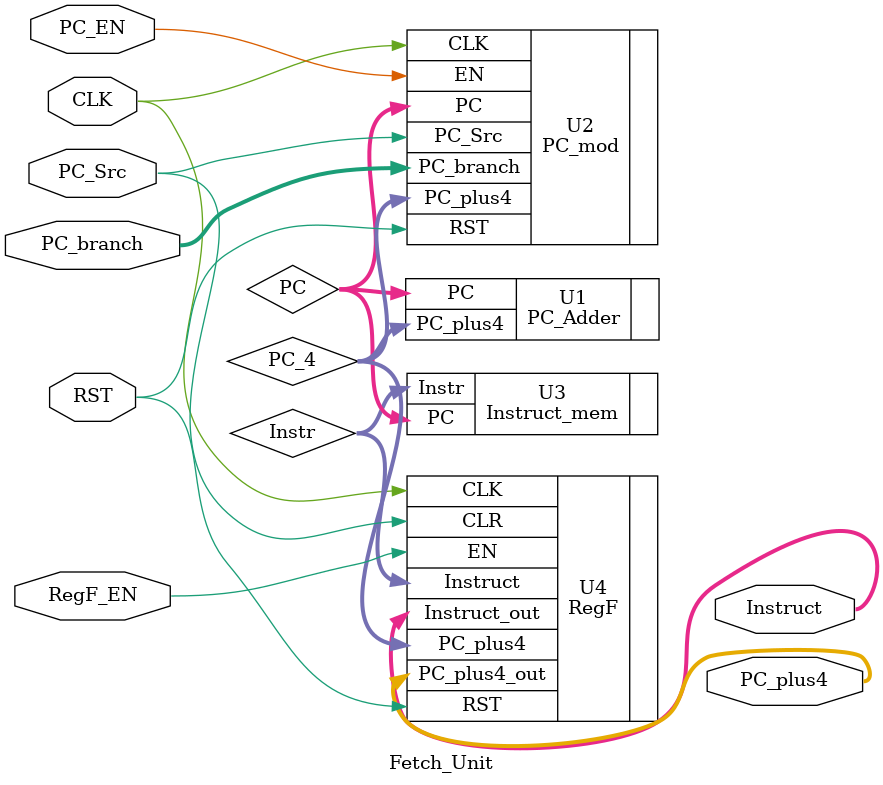
<source format=v>
module Fetch_Unit (
input CLK, RST, RegF_EN, PC_EN,
input 		 PC_Src,
input [31:0] PC_branch,
output[31:0] Instruct,
output[31:0] PC_plus4
);

wire [31:0] PC, PC_4, Instr;

PC_Adder U1(
.PC(PC),
.PC_plus4(PC_4)
);

PC_mod U2(
.CLK(CLK),
.RST(RST),
.EN(PC_EN),
.PC_Src(PC_Src),	  
.PC_branch(PC_branch), 
.PC_plus4(PC_4),
.PC(PC)	
);

Instruct_mem U3(
.PC(PC),
.Instr(Instr)
);

RegF U4 (
.CLK(CLK), 
.RST(RST),
.EN(RegF_EN),
.CLR(PC_Src),
.Instruct(Instr),
.PC_plus4(PC_4),
.Instruct_out(Instruct),
.PC_plus4_out(PC_plus4)
);

endmodule
</source>
